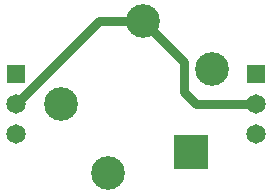
<source format=gbl>
%FSLAX33Y33*%
%MOMM*%
%ADD10C,0.762*%
%ADD11R,1.65X1.65*%
%ADD12C,1.65*%
%ADD13C,2.85*%
%ADD14R,2.85X2.85*%
D10*
%LNbottom copper_traces*%
G01*
X5309Y7747D02*
X12309Y14747D01*
X16069Y14747*
X20549Y7747D02*
X25629Y7747D01*
X16069Y14747D02*
X19533Y11283D01*
X19533Y8763*
X20549Y7747*
%LNbottom copper component 6f57667d5efb9778*%
D11*
X5309Y10287D03*
D12*
X5309Y7747D03*
X5309Y5207D03*
%LNbottom copper component cc9a2f13d63439af*%
D13*
X13069Y1947D03*
X9069Y7747D03*
X16069Y14747D03*
X21869Y10747D03*
D14*
X20144Y3672D03*
%LNbottom copper component 4c9a1d35790a009b*%
D11*
X25629Y10287D03*
D12*
X25629Y7747D03*
X25629Y5207D03*
M02*
</source>
